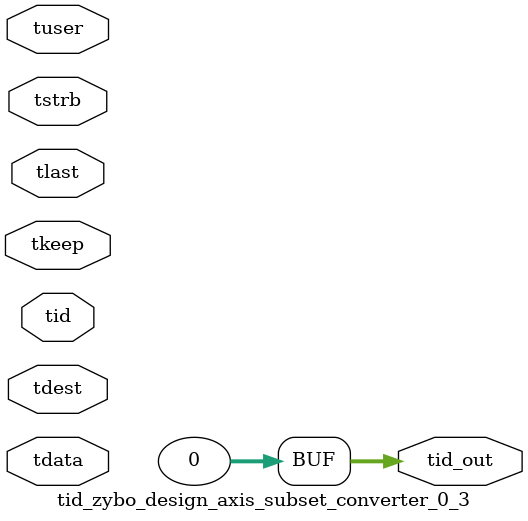
<source format=v>


`timescale 1ps/1ps

module tid_zybo_design_axis_subset_converter_0_3 #
(
parameter C_S_AXIS_TID_WIDTH   = 1,
parameter C_S_AXIS_TUSER_WIDTH = 0,
parameter C_S_AXIS_TDATA_WIDTH = 0,
parameter C_S_AXIS_TDEST_WIDTH = 0,
parameter C_M_AXIS_TID_WIDTH   = 32
)
(
input  [(C_S_AXIS_TID_WIDTH   == 0 ? 1 : C_S_AXIS_TID_WIDTH)-1:0       ] tid,
input  [(C_S_AXIS_TDATA_WIDTH == 0 ? 1 : C_S_AXIS_TDATA_WIDTH)-1:0     ] tdata,
input  [(C_S_AXIS_TUSER_WIDTH == 0 ? 1 : C_S_AXIS_TUSER_WIDTH)-1:0     ] tuser,
input  [(C_S_AXIS_TDEST_WIDTH == 0 ? 1 : C_S_AXIS_TDEST_WIDTH)-1:0     ] tdest,
input  [(C_S_AXIS_TDATA_WIDTH/8)-1:0 ] tkeep,
input  [(C_S_AXIS_TDATA_WIDTH/8)-1:0 ] tstrb,
input                                                                    tlast,
output [(C_M_AXIS_TID_WIDTH   == 0 ? 1 : C_M_AXIS_TID_WIDTH)-1:0       ] tid_out
);

assign tid_out = {1'b0};

endmodule


</source>
